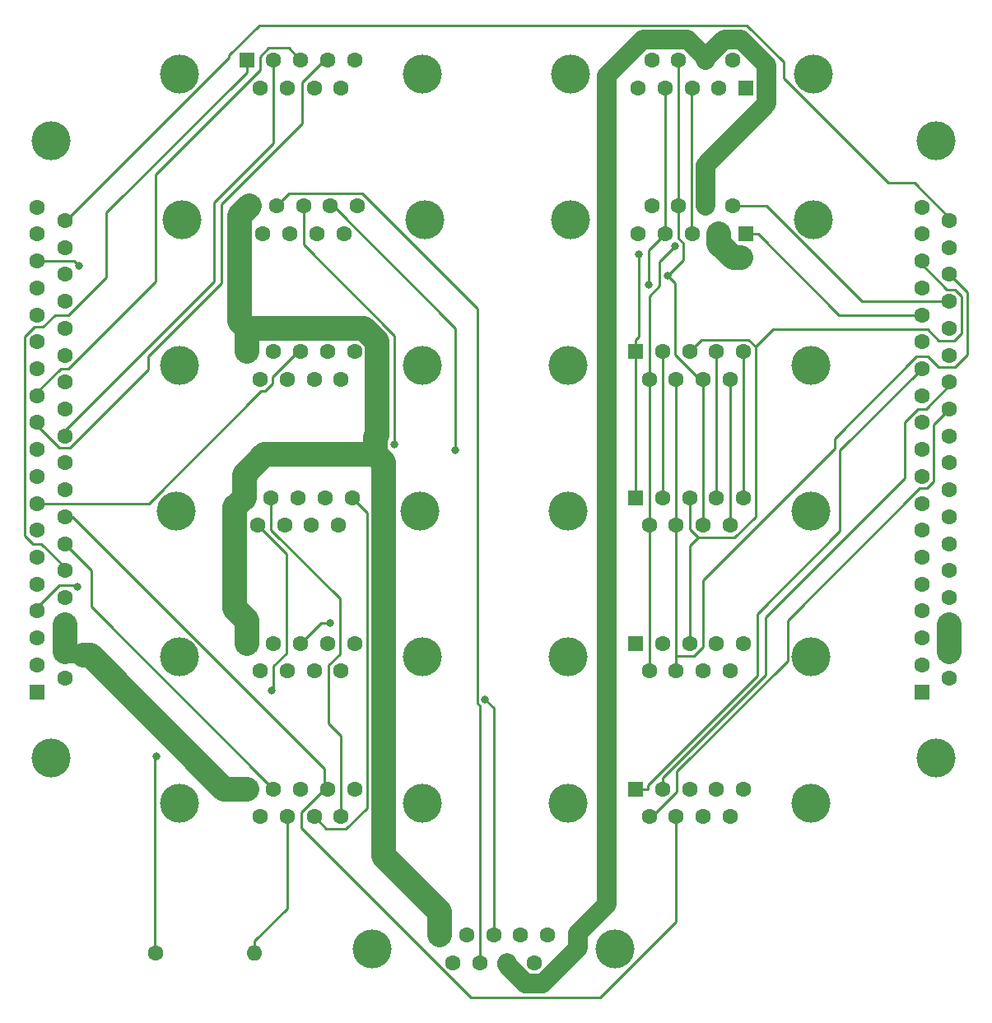
<source format=gbr>
%TF.GenerationSoftware,KiCad,Pcbnew,7.0.9*%
%TF.CreationDate,2024-01-18T11:01:42-08:00*%
%TF.ProjectId,Interconnect Board,496e7465-7263-46f6-9e6e-65637420426f,v1.4*%
%TF.SameCoordinates,Original*%
%TF.FileFunction,Copper,L2,Bot*%
%TF.FilePolarity,Positive*%
%FSLAX46Y46*%
G04 Gerber Fmt 4.6, Leading zero omitted, Abs format (unit mm)*
G04 Created by KiCad (PCBNEW 7.0.9) date 2024-01-18 11:01:42*
%MOMM*%
%LPD*%
G01*
G04 APERTURE LIST*
%TA.AperFunction,ComponentPad*%
%ADD10C,1.600000*%
%TD*%
%TA.AperFunction,ComponentPad*%
%ADD11O,1.600000X1.600000*%
%TD*%
%TA.AperFunction,ComponentPad*%
%ADD12C,4.000000*%
%TD*%
%TA.AperFunction,ComponentPad*%
%ADD13R,1.600000X1.600000*%
%TD*%
%TA.AperFunction,ViaPad*%
%ADD14C,0.800000*%
%TD*%
%TA.AperFunction,Conductor*%
%ADD15C,0.250000*%
%TD*%
%TA.AperFunction,Conductor*%
%ADD16C,2.000000*%
%TD*%
%TA.AperFunction,Conductor*%
%ADD17C,2.500000*%
%TD*%
%TA.AperFunction,Conductor*%
%ADD18C,1.599800*%
%TD*%
G04 APERTURE END LIST*
D10*
%TO.P,R1,1*%
%TO.N,/GPS_Serial_Input_to_XPNDR_from_R*%
X132220100Y-118509100D03*
D11*
%TO.P,R1,2*%
%TO.N,/GPS_Serial_Input_to_XPNDR_to_R*%
X142380100Y-118509100D03*
%TD*%
D12*
%TO.P,Power_Input_1,0,PAD*%
%TO.N,unconnected-(Power_Input_1-PAD-Pad0)*%
X154464100Y-118069100D03*
X179464100Y-118069100D03*
D13*
%TO.P,Power_Input_1,1,1*%
%TO.N,GND*%
X161424100Y-116649100D03*
D10*
%TO.P,Power_Input_1,2,2*%
X164194100Y-116649100D03*
%TO.P,Power_Input_1,3,3*%
%TO.N,/ADSB_12V*%
X166964100Y-116649100D03*
%TO.P,Power_Input_1,4,4*%
%TO.N,/MFD_12V*%
X169734100Y-116649100D03*
%TO.P,Power_Input_1,5,5*%
%TO.N,/PFD_&_Dim_12V*%
X172504100Y-116649100D03*
%TO.P,Power_Input_1,6,6*%
%TO.N,GND*%
X162809100Y-119489100D03*
%TO.P,Power_Input_1,7,7*%
%TO.N,/ELT_12V*%
X165579100Y-119489100D03*
%TO.P,Power_Input_1,8,8*%
%TO.N,/SV-Net_AP_12V*%
X168349100Y-119489100D03*
%TO.P,Power_Input_1,9,9*%
%TO.N,/XPNDR_&_IDENT_12V*%
X171119100Y-119489100D03*
%TD*%
D12*
%TO.P,AP_Roll_SV_Net_2,0,PAD*%
%TO.N,unconnected-(AP_Roll_SV_Net_2-PAD-Pad0)*%
X199892100Y-28085100D03*
X174892100Y-28085100D03*
D13*
%TO.P,AP_Roll_SV_Net_2,1,1*%
%TO.N,/SV_Data_1A*%
X192932100Y-29505100D03*
D10*
%TO.P,AP_Roll_SV_Net_2,2,2*%
%TO.N,GND*%
X190162100Y-29505100D03*
%TO.P,AP_Roll_SV_Net_2,3,3*%
%TO.N,/AP_Disengage (Unused)*%
X187392100Y-29505100D03*
%TO.P,AP_Roll_SV_Net_2,4,4*%
%TO.N,/SV_Data_2B*%
X184622100Y-29505100D03*
%TO.P,AP_Roll_SV_Net_2,5,5*%
%TO.N,unconnected-(AP_Roll_SV_Net_2-Pad5)*%
X181852100Y-29505100D03*
%TO.P,AP_Roll_SV_Net_2,6,6*%
%TO.N,/SV_Data_1B*%
X191547100Y-26665100D03*
%TO.P,AP_Roll_SV_Net_2,7,7*%
%TO.N,/SV-Net_AP_12V*%
X188777100Y-26665100D03*
%TO.P,AP_Roll_SV_Net_2,8,8*%
%TO.N,/SV_Data_2A*%
X186007100Y-26665100D03*
%TO.P,AP_Roll_SV_Net_2,9,9*%
%TO.N,unconnected-(AP_Roll_SV_Net_2-Pad9)*%
X183237100Y-26665100D03*
%TD*%
D12*
%TO.P,XPNDR_Serial_2,0,PAD*%
%TO.N,unconnected-(XPNDR_Serial_2-PAD-Pad0)*%
X134361100Y-73069100D03*
X159361100Y-73069100D03*
D13*
%TO.P,XPNDR_Serial_2,1,1*%
%TO.N,GND*%
X141321100Y-71649100D03*
D10*
%TO.P,XPNDR_Serial_2,2,2*%
%TO.N,/XPNDR_&_IDENT_12V*%
X144091100Y-71649100D03*
%TO.P,XPNDR_Serial_2,3,3*%
%TO.N,/XPNDR_Serial_2_Tx*%
X146861100Y-71649100D03*
%TO.P,XPNDR_Serial_2,4,4*%
%TO.N,/XPNDR_Serial_2_Rx*%
X149631100Y-71649100D03*
%TO.P,XPNDR_Serial_2,5,5*%
%TO.N,/Ident_SW_Input*%
X152401100Y-71649100D03*
%TO.P,XPNDR_Serial_2,6,6*%
%TO.N,/GPS_Serial_Input_to_XPNDR_from_R*%
X142706100Y-74489100D03*
%TO.P,XPNDR_Serial_2,7,7*%
%TO.N,unconnected-(XPNDR_Serial_2-Pad7)*%
X145476100Y-74489100D03*
%TO.P,XPNDR_Serial_2,8,8*%
%TO.N,unconnected-(XPNDR_Serial_2-Pad8)*%
X148246100Y-74489100D03*
%TO.P,XPNDR_Serial_2,9,9*%
%TO.N,unconnected-(XPNDR_Serial_2-Pad9)*%
X151016100Y-74489100D03*
%TD*%
D12*
%TO.P,SkyView_2,0,PAD*%
%TO.N,unconnected-(SkyView_2-PAD-Pad0)*%
X174622000Y-73069100D03*
X199622000Y-73069100D03*
D13*
%TO.P,SkyView_2,1,1*%
%TO.N,/SV_Data_1A*%
X181582000Y-71649100D03*
D10*
%TO.P,SkyView_2,2,2*%
%TO.N,/SV_GND_1*%
X184352000Y-71649100D03*
%TO.P,SkyView_2,3,3*%
%TO.N,/SV_GND_2*%
X187122000Y-71649100D03*
%TO.P,SkyView_2,4,4*%
%TO.N,/SV_Data_2B*%
X189892000Y-71649100D03*
%TO.P,SkyView_2,5,5*%
%TO.N,/SV_EMS_Aux*%
X192662000Y-71649100D03*
%TO.P,SkyView_2,6,6*%
%TO.N,/SV_Data_1B*%
X182967000Y-74489100D03*
%TO.P,SkyView_2,7,7*%
%TO.N,/SV_Power_1*%
X185737000Y-74489100D03*
%TO.P,SkyView_2,8,8*%
%TO.N,/SV_Data_2A*%
X188507000Y-74489100D03*
%TO.P,SkyView_2,9,9*%
%TO.N,/SV_Power_2*%
X191277000Y-74489100D03*
%TD*%
D12*
%TO.P,AP_Pitch_SV_Net_1,0,PAD*%
%TO.N,unconnected-(AP_Pitch_SV_Net_1-PAD-Pad0)*%
X199892100Y-43085200D03*
X174892100Y-43085200D03*
D13*
%TO.P,AP_Pitch_SV_Net_1,1,1*%
%TO.N,/SV_Data_1A*%
X192932100Y-44505200D03*
D10*
%TO.P,AP_Pitch_SV_Net_1,2,2*%
%TO.N,GND*%
X190162100Y-44505200D03*
%TO.P,AP_Pitch_SV_Net_1,3,3*%
%TO.N,/AP_Disengage (Unused)*%
X187392100Y-44505200D03*
%TO.P,AP_Pitch_SV_Net_1,4,4*%
%TO.N,/SV_Data_2B*%
X184622100Y-44505200D03*
%TO.P,AP_Pitch_SV_Net_1,5,5*%
%TO.N,unconnected-(AP_Pitch_SV_Net_1-Pad5)*%
X181852100Y-44505200D03*
%TO.P,AP_Pitch_SV_Net_1,6,6*%
%TO.N,/SV_Data_1B*%
X191547100Y-41665200D03*
%TO.P,AP_Pitch_SV_Net_1,7,7*%
%TO.N,/SV-Net_AP_12V*%
X188777100Y-41665200D03*
%TO.P,AP_Pitch_SV_Net_1,8,8*%
%TO.N,/SV_Data_2A*%
X186007100Y-41665200D03*
%TO.P,AP_Pitch_SV_Net_1,9,9*%
%TO.N,unconnected-(AP_Pitch_SV_Net_1-Pad9)*%
X183237100Y-41665200D03*
%TD*%
D12*
%TO.P,Dimmer_&_Audio_Output_1,0,PAD*%
%TO.N,unconnected-(Dimmer_&_Audio_Output_1-PAD-Pad0)*%
X174622000Y-103069100D03*
X199622000Y-103069100D03*
D13*
%TO.P,Dimmer_&_Audio_Output_1,1,1*%
%TO.N,/L_Audio_Out_1*%
X181582000Y-101649100D03*
D10*
%TO.P,Dimmer_&_Audio_Output_1,2,2*%
%TO.N,/R_Audio_Out_1*%
X184352000Y-101649100D03*
%TO.P,Dimmer_&_Audio_Output_1,3,3*%
%TO.N,/Dimmer_Output_Signal*%
X187122000Y-101649100D03*
%TO.P,Dimmer_&_Audio_Output_1,4,4*%
%TO.N,unconnected-(Dimmer_&_Audio_Output_1-Pad4)*%
X189892000Y-101649100D03*
%TO.P,Dimmer_&_Audio_Output_1,5,5*%
%TO.N,unconnected-(Dimmer_&_Audio_Output_1-Pad5)*%
X192662000Y-101649100D03*
%TO.P,Dimmer_&_Audio_Output_1,6,6*%
%TO.N,/Audio_Out_GND*%
X182967000Y-104489100D03*
%TO.P,Dimmer_&_Audio_Output_1,7,7*%
%TO.N,/Dimmer_Output_Signal*%
X185737000Y-104489100D03*
%TO.P,Dimmer_&_Audio_Output_1,8,8*%
X188507000Y-104489100D03*
%TO.P,Dimmer_&_Audio_Output_1,9,9*%
%TO.N,unconnected-(Dimmer_&_Audio_Output_1-Pad9)*%
X191277000Y-104489100D03*
%TD*%
D12*
%TO.P,MFD_Main_2,0,PAD*%
%TO.N,unconnected-(MFD_Main_2-PAD-Pad0)*%
X212438100Y-98457100D03*
X212438100Y-34957100D03*
D13*
%TO.P,MFD_Main_2,1,1*%
%TO.N,/MFD_12V*%
X211018100Y-91637100D03*
D10*
%TO.P,MFD_Main_2,2,2*%
%TO.N,unconnected-(MFD_Main_2-Pad2)*%
X211018100Y-88867100D03*
%TO.P,MFD_Main_2,3,3*%
%TO.N,/ADSB_Serial_1_Rx*%
X211018100Y-86097100D03*
%TO.P,MFD_Main_2,4,4*%
%TO.N,/ADSB_Serial_1_Tx*%
X211018100Y-83327100D03*
%TO.P,MFD_Main_2,5,5*%
%TO.N,/XPNDR_Serial_2_Rx*%
X211018100Y-80557100D03*
%TO.P,MFD_Main_2,6,6*%
%TO.N,/XPNDR_Serial_2_Tx*%
X211018100Y-77787100D03*
%TO.P,MFD_Main_2,7,7*%
%TO.N,/VPX_Serial_3_Rx*%
X211018100Y-75017100D03*
%TO.P,MFD_Main_2,8,8*%
%TO.N,/VPX_Serial_3_Tx*%
X211018100Y-72247100D03*
%TO.P,MFD_Main_2,9,9*%
%TO.N,/ELT_Serial_4_Rx*%
X211018100Y-69477100D03*
%TO.P,MFD_Main_2,10,10*%
%TO.N,/ELT_Serial_4_Tx*%
X211018100Y-66707100D03*
%TO.P,MFD_Main_2,11,11*%
%TO.N,/GPS_Serial_5_Rx*%
X211018100Y-63937100D03*
%TO.P,MFD_Main_2,12,12*%
%TO.N,/GPS_Serial_5_Tx*%
X211018100Y-61167100D03*
%TO.P,MFD_Main_2,13,13*%
%TO.N,/L_Audio_Out_1*%
X211018100Y-58397100D03*
%TO.P,MFD_Main_2,14,14*%
%TO.N,unconnected-(MFD_Main_2-Pad14)*%
X211018100Y-55627100D03*
%TO.P,MFD_Main_2,15,15*%
%TO.N,/SV_Data_1A*%
X211018100Y-52857100D03*
%TO.P,MFD_Main_2,16,16*%
%TO.N,/SV_GND_1*%
X211018100Y-50087100D03*
%TO.P,MFD_Main_2,17,17*%
%TO.N,/SV_GND_2*%
X211018100Y-47317100D03*
%TO.P,MFD_Main_2,18,18*%
%TO.N,/SV_Data_2B*%
X211018100Y-44547100D03*
%TO.P,MFD_Main_2,19,19*%
%TO.N,/SV_EMS_Aux*%
X211018100Y-41777100D03*
%TO.P,MFD_Main_2,20,20*%
%TO.N,/MFD_12V*%
X213858100Y-90252100D03*
%TO.P,MFD_Main_2,21,21*%
%TO.N,GND*%
X213858100Y-87482100D03*
%TO.P,MFD_Main_2,22,22*%
X213858100Y-84712100D03*
%TO.P,MFD_Main_2,23,23*%
%TO.N,unconnected-(MFD_Main_2-Pad23)*%
X213858100Y-81942100D03*
%TO.P,MFD_Main_2,24,24*%
%TO.N,/GPS_GND*%
X213858100Y-79172100D03*
%TO.P,MFD_Main_2,25,25*%
%TO.N,/Dimmer_Signal_Input*%
X213858100Y-76402100D03*
%TO.P,MFD_Main_2,26,26*%
%TO.N,unconnected-(MFD_Main_2-Pad26)*%
X213858100Y-73632100D03*
%TO.P,MFD_Main_2,27,27*%
%TO.N,unconnected-(MFD_Main_2-Pad27)*%
X213858100Y-70862100D03*
%TO.P,MFD_Main_2,28,28*%
%TO.N,unconnected-(MFD_Main_2-Pad28)*%
X213858100Y-68092100D03*
%TO.P,MFD_Main_2,29,29*%
%TO.N,/GPS_Power*%
X213858100Y-65322100D03*
%TO.P,MFD_Main_2,30,30*%
%TO.N,/Audio_Out_GND*%
X213858100Y-62552100D03*
%TO.P,MFD_Main_2,31,31*%
%TO.N,/R_Audio_Out_1*%
X213858100Y-59782100D03*
%TO.P,MFD_Main_2,32,32*%
%TO.N,unconnected-(MFD_Main_2-Pad32)*%
X213858100Y-57012100D03*
%TO.P,MFD_Main_2,33,33*%
%TO.N,unconnected-(MFD_Main_2-Pad33)*%
X213858100Y-54242100D03*
%TO.P,MFD_Main_2,34,34*%
%TO.N,/SV_Data_1B*%
X213858100Y-51472100D03*
%TO.P,MFD_Main_2,35,35*%
%TO.N,/SV_Power_1*%
X213858100Y-48702100D03*
%TO.P,MFD_Main_2,36,36*%
%TO.N,/SV_Data_2A*%
X213858100Y-45932100D03*
%TO.P,MFD_Main_2,37,37*%
%TO.N,/SV_Power_2*%
X213858100Y-43162100D03*
%TD*%
D12*
%TO.P,PFD_Main_1,0,PAD*%
%TO.N,unconnected-(PFD_Main_1-PAD-Pad0)*%
X121438100Y-98457100D03*
X121438100Y-34957100D03*
D13*
%TO.P,PFD_Main_1,1,1*%
%TO.N,/PFD_&_Dim_12V*%
X120018100Y-91637100D03*
D10*
%TO.P,PFD_Main_1,2,2*%
%TO.N,unconnected-(PFD_Main_1-Pad2)*%
X120018100Y-88867100D03*
%TO.P,PFD_Main_1,3,3*%
%TO.N,/ADSB_Serial_1_Rx*%
X120018100Y-86097100D03*
%TO.P,PFD_Main_1,4,4*%
%TO.N,/ADSB_Serial_1_Tx*%
X120018100Y-83327100D03*
%TO.P,PFD_Main_1,5,5*%
%TO.N,/XPNDR_Serial_2_Rx*%
X120018100Y-80557100D03*
%TO.P,PFD_Main_1,6,6*%
%TO.N,/XPNDR_Serial_2_Tx*%
X120018100Y-77787100D03*
%TO.P,PFD_Main_1,7,7*%
%TO.N,/VPX_Serial_3_Rx*%
X120018100Y-75017100D03*
%TO.P,PFD_Main_1,8,8*%
%TO.N,/VPX_Serial_3_Tx*%
X120018100Y-72247100D03*
%TO.P,PFD_Main_1,9,9*%
%TO.N,/ELT_Serial_4_Rx*%
X120018100Y-69477100D03*
%TO.P,PFD_Main_1,10,10*%
%TO.N,/ELT_Serial_4_Tx*%
X120018100Y-66707100D03*
%TO.P,PFD_Main_1,11,11*%
%TO.N,/GPS_Serial_5_Rx*%
X120018100Y-63937100D03*
%TO.P,PFD_Main_1,12,12*%
%TO.N,/GPS_Serial_5_Tx*%
X120018100Y-61167100D03*
%TO.P,PFD_Main_1,13,13*%
%TO.N,/L_Audio_Out_1*%
X120018100Y-58397100D03*
%TO.P,PFD_Main_1,14,14*%
%TO.N,unconnected-(PFD_Main_1-Pad14)*%
X120018100Y-55627100D03*
%TO.P,PFD_Main_1,15,15*%
%TO.N,/SV_Data_1A*%
X120018100Y-52857100D03*
%TO.P,PFD_Main_1,16,16*%
%TO.N,/SV_GND_1*%
X120018100Y-50087100D03*
%TO.P,PFD_Main_1,17,17*%
%TO.N,/SV_GND_2*%
X120018100Y-47317100D03*
%TO.P,PFD_Main_1,18,18*%
%TO.N,/SV_Data_2B*%
X120018100Y-44547100D03*
%TO.P,PFD_Main_1,19,19*%
%TO.N,/SV_EMS_Aux*%
X120018100Y-41777100D03*
%TO.P,PFD_Main_1,20,20*%
%TO.N,/PFD_&_Dim_12V*%
X122858100Y-90252100D03*
%TO.P,PFD_Main_1,21,21*%
%TO.N,GND*%
X122858100Y-87482100D03*
%TO.P,PFD_Main_1,22,22*%
X122858100Y-84712100D03*
%TO.P,PFD_Main_1,23,23*%
%TO.N,unconnected-(PFD_Main_1-Pad23)*%
X122858100Y-81942100D03*
%TO.P,PFD_Main_1,24,24*%
%TO.N,/GPS_GND*%
X122858100Y-79172100D03*
%TO.P,PFD_Main_1,25,25*%
%TO.N,/Dimmer_Signal_Input*%
X122858100Y-76402100D03*
%TO.P,PFD_Main_1,26,26*%
%TO.N,/Dimmer_Output_Signal*%
X122858100Y-73632100D03*
%TO.P,PFD_Main_1,27,27*%
%TO.N,unconnected-(PFD_Main_1-Pad27)*%
X122858100Y-70862100D03*
%TO.P,PFD_Main_1,28,28*%
%TO.N,unconnected-(PFD_Main_1-Pad28)*%
X122858100Y-68092100D03*
%TO.P,PFD_Main_1,29,29*%
%TO.N,/GPS_Power*%
X122858100Y-65322100D03*
%TO.P,PFD_Main_1,30,30*%
%TO.N,/Audio_Out_GND*%
X122858100Y-62552100D03*
%TO.P,PFD_Main_1,31,31*%
%TO.N,/R_Audio_Out_1*%
X122858100Y-59782100D03*
%TO.P,PFD_Main_1,32,32*%
%TO.N,unconnected-(PFD_Main_1-Pad32)*%
X122858100Y-57012100D03*
%TO.P,PFD_Main_1,33,33*%
%TO.N,unconnected-(PFD_Main_1-Pad33)*%
X122858100Y-54242100D03*
%TO.P,PFD_Main_1,34,34*%
%TO.N,/SV_Data_1B*%
X122858100Y-51472100D03*
%TO.P,PFD_Main_1,35,35*%
%TO.N,/SV_Power_1*%
X122858100Y-48702100D03*
%TO.P,PFD_Main_1,36,36*%
%TO.N,/SV_Data_2A*%
X122858100Y-45932100D03*
%TO.P,PFD_Main_1,37,37*%
%TO.N,/SV_Power_2*%
X122858100Y-43162100D03*
%TD*%
D12*
%TO.P,SkyView_3,0,PAD*%
%TO.N,unconnected-(SkyView_3-PAD-Pad0)*%
X174622000Y-88069100D03*
X199622000Y-88069100D03*
D13*
%TO.P,SkyView_3,1,1*%
%TO.N,/SV_Data_1A*%
X181582000Y-86649100D03*
D10*
%TO.P,SkyView_3,2,2*%
%TO.N,/SV_GND_1*%
X184352000Y-86649100D03*
%TO.P,SkyView_3,3,3*%
%TO.N,/SV_GND_2*%
X187122000Y-86649100D03*
%TO.P,SkyView_3,4,4*%
%TO.N,/SV_Data_2B*%
X189892000Y-86649100D03*
%TO.P,SkyView_3,5,5*%
%TO.N,/SV_EMS_Aux*%
X192662000Y-86649100D03*
%TO.P,SkyView_3,6,6*%
%TO.N,/SV_Data_1B*%
X182967000Y-89489100D03*
%TO.P,SkyView_3,7,7*%
%TO.N,/SV_Power_1*%
X185737000Y-89489100D03*
%TO.P,SkyView_3,8,8*%
%TO.N,/SV_Data_2A*%
X188507000Y-89489100D03*
%TO.P,SkyView_3,9,9*%
%TO.N,/SV_Power_2*%
X191277000Y-89489100D03*
%TD*%
D12*
%TO.P,ADSB_Serial_1,0,PAD*%
%TO.N,unconnected-(ADSB_Serial_1-PAD-Pad0)*%
X134622000Y-88069100D03*
X159622000Y-88069100D03*
D13*
%TO.P,ADSB_Serial_1,1,1*%
%TO.N,GND*%
X141582000Y-86649100D03*
D10*
%TO.P,ADSB_Serial_1,2,2*%
%TO.N,/ADSB_12V*%
X144352000Y-86649100D03*
%TO.P,ADSB_Serial_1,3,3*%
%TO.N,/ADSB_Serial_1_Tx*%
X147122000Y-86649100D03*
%TO.P,ADSB_Serial_1,4,4*%
%TO.N,/ADSB_Serial_1_Rx*%
X149892000Y-86649100D03*
%TO.P,ADSB_Serial_1,5,5*%
%TO.N,unconnected-(ADSB_Serial_1-Pad5)*%
X152662000Y-86649100D03*
%TO.P,ADSB_Serial_1,6,6*%
%TO.N,unconnected-(ADSB_Serial_1-Pad6)*%
X142967000Y-89489100D03*
%TO.P,ADSB_Serial_1,7,7*%
%TO.N,unconnected-(ADSB_Serial_1-Pad7)*%
X145737000Y-89489100D03*
%TO.P,ADSB_Serial_1,8,8*%
%TO.N,unconnected-(ADSB_Serial_1-Pad8)*%
X148507000Y-89489100D03*
%TO.P,ADSB_Serial_1,9,9*%
%TO.N,unconnected-(ADSB_Serial_1-Pad9)*%
X151277000Y-89489100D03*
%TD*%
D12*
%TO.P,ELT_Serial_4,0,PAD*%
%TO.N,unconnected-(ELT_Serial_4-PAD-Pad0)*%
X134906100Y-43069100D03*
X159906100Y-43069100D03*
D13*
%TO.P,ELT_Serial_4,1,1*%
%TO.N,GND*%
X141866100Y-41649100D03*
D10*
%TO.P,ELT_Serial_4,2,2*%
%TO.N,/ELT_12V*%
X144636100Y-41649100D03*
%TO.P,ELT_Serial_4,3,3*%
%TO.N,/ELT_Serial_4_Tx*%
X147406100Y-41649100D03*
%TO.P,ELT_Serial_4,4,4*%
%TO.N,/ELT_Serial_4_Rx*%
X150176100Y-41649100D03*
%TO.P,ELT_Serial_4,5,5*%
%TO.N,unconnected-(ELT_Serial_4-Pad5)*%
X152946100Y-41649100D03*
%TO.P,ELT_Serial_4,6,6*%
%TO.N,unconnected-(ELT_Serial_4-Pad6)*%
X143251100Y-44489100D03*
%TO.P,ELT_Serial_4,7,7*%
%TO.N,unconnected-(ELT_Serial_4-Pad7)*%
X146021100Y-44489100D03*
%TO.P,ELT_Serial_4,8,8*%
%TO.N,unconnected-(ELT_Serial_4-Pad8)*%
X148791100Y-44489100D03*
%TO.P,ELT_Serial_4,9,9*%
%TO.N,unconnected-(ELT_Serial_4-Pad9)*%
X151561100Y-44489100D03*
%TD*%
D12*
%TO.P,GPS_Serial_5,0,PAD*%
%TO.N,unconnected-(GPS_Serial_5-PAD-Pad0)*%
X134622000Y-28069100D03*
X159622000Y-28069100D03*
D13*
%TO.P,GPS_Serial_5,1,1*%
%TO.N,/GPS_GND*%
X141582000Y-26649100D03*
D10*
%TO.P,GPS_Serial_5,2,2*%
%TO.N,/GPS_Power*%
X144352000Y-26649100D03*
%TO.P,GPS_Serial_5,3,3*%
%TO.N,/GPS_Serial_5_Tx*%
X147122000Y-26649100D03*
%TO.P,GPS_Serial_5,4,4*%
%TO.N,/GPS_Serial_5_Rx*%
X149892000Y-26649100D03*
%TO.P,GPS_Serial_5,5,5*%
%TO.N,unconnected-(GPS_Serial_5-Pad5)*%
X152662000Y-26649100D03*
%TO.P,GPS_Serial_5,6,6*%
%TO.N,unconnected-(GPS_Serial_5-Pad6)*%
X142967000Y-29489100D03*
%TO.P,GPS_Serial_5,7,7*%
%TO.N,unconnected-(GPS_Serial_5-Pad7)*%
X145737000Y-29489100D03*
%TO.P,GPS_Serial_5,8,8*%
%TO.N,unconnected-(GPS_Serial_5-Pad8)*%
X148507000Y-29489100D03*
%TO.P,GPS_Serial_5,9,9*%
%TO.N,unconnected-(GPS_Serial_5-Pad9)*%
X151277000Y-29489100D03*
%TD*%
D12*
%TO.P,Ident_&_Dimmer_Input_1,0,PAD*%
%TO.N,unconnected-(Ident_&_Dimmer_Input_1-PAD-Pad0)*%
X134622000Y-103069100D03*
X159622000Y-103069100D03*
D13*
%TO.P,Ident_&_Dimmer_Input_1,1,1*%
%TO.N,GND*%
X141582000Y-101649100D03*
D10*
%TO.P,Ident_&_Dimmer_Input_1,2,2*%
%TO.N,/Dimmer_Signal_Input*%
X144352000Y-101649100D03*
%TO.P,Ident_&_Dimmer_Input_1,3,3*%
%TO.N,unconnected-(Ident_&_Dimmer_Input_1-Pad3)*%
X147122000Y-101649100D03*
%TO.P,Ident_&_Dimmer_Input_1,4,4*%
%TO.N,/Dimmer_Output_Signal*%
X149892000Y-101649100D03*
%TO.P,Ident_&_Dimmer_Input_1,5,5*%
%TO.N,GND*%
X152662000Y-101649100D03*
%TO.P,Ident_&_Dimmer_Input_1,6,6*%
%TO.N,/PFD_&_Dim_12V*%
X142967000Y-104489100D03*
%TO.P,Ident_&_Dimmer_Input_1,7,7*%
%TO.N,/GPS_Serial_Input_to_XPNDR_to_R*%
X145737000Y-104489100D03*
%TO.P,Ident_&_Dimmer_Input_1,8,8*%
%TO.N,/Ident_SW_Input*%
X148507000Y-104489100D03*
%TO.P,Ident_&_Dimmer_Input_1,9,9*%
%TO.N,/XPNDR_&_IDENT_12V*%
X151277000Y-104489100D03*
%TD*%
D12*
%TO.P,SkyView_1,0,PAD*%
%TO.N,unconnected-(SkyView_1-PAD-Pad0)*%
X174622000Y-58069100D03*
X199622000Y-58069100D03*
D13*
%TO.P,SkyView_1,1,1*%
%TO.N,/SV_Data_1A*%
X181582000Y-56649100D03*
D10*
%TO.P,SkyView_1,2,2*%
%TO.N,/SV_GND_1*%
X184352000Y-56649100D03*
%TO.P,SkyView_1,3,3*%
%TO.N,/SV_GND_2*%
X187122000Y-56649100D03*
%TO.P,SkyView_1,4,4*%
%TO.N,/SV_Data_2B*%
X189892000Y-56649100D03*
%TO.P,SkyView_1,5,5*%
%TO.N,/SV_EMS_Aux*%
X192662000Y-56649100D03*
%TO.P,SkyView_1,6,6*%
%TO.N,/SV_Data_1B*%
X182967000Y-59489100D03*
%TO.P,SkyView_1,7,7*%
%TO.N,/SV_Power_1*%
X185737000Y-59489100D03*
%TO.P,SkyView_1,8,8*%
%TO.N,/SV_Data_2A*%
X188507000Y-59489100D03*
%TO.P,SkyView_1,9,9*%
%TO.N,/SV_Power_2*%
X191277000Y-59489100D03*
%TD*%
D12*
%TO.P,VPX_Serial_3,0,PAD*%
%TO.N,unconnected-(VPX_Serial_3-PAD-Pad0)*%
X134622000Y-58069100D03*
X159622000Y-58069100D03*
D13*
%TO.P,VPX_Serial_3,1,1*%
%TO.N,GND*%
X141582000Y-56649100D03*
D10*
%TO.P,VPX_Serial_3,2,2*%
%TO.N,unconnected-(VPX_Serial_3-Pad2)*%
X144352000Y-56649100D03*
%TO.P,VPX_Serial_3,3,3*%
%TO.N,/VPX_Serial_3_Tx*%
X147122000Y-56649100D03*
%TO.P,VPX_Serial_3,4,4*%
%TO.N,/VPX_Serial_3_Rx*%
X149892000Y-56649100D03*
%TO.P,VPX_Serial_3,5,5*%
%TO.N,unconnected-(VPX_Serial_3-Pad5)*%
X152662000Y-56649100D03*
%TO.P,VPX_Serial_3,6,6*%
%TO.N,unconnected-(VPX_Serial_3-Pad6)*%
X142967000Y-59489100D03*
%TO.P,VPX_Serial_3,7,7*%
%TO.N,unconnected-(VPX_Serial_3-Pad7)*%
X145737000Y-59489100D03*
%TO.P,VPX_Serial_3,8,8*%
%TO.N,unconnected-(VPX_Serial_3-Pad8)*%
X148507000Y-59489100D03*
%TO.P,VPX_Serial_3,9,9*%
%TO.N,unconnected-(VPX_Serial_3-Pad9)*%
X151277000Y-59489100D03*
%TD*%
D14*
%TO.N,/GPS_Serial_Input_to_XPNDR_from_R*%
X144184000Y-91478400D03*
X132297400Y-98282800D03*
%TO.N,GND*%
X192406200Y-47000100D03*
%TO.N,/ADSB_12V*%
X166113100Y-92471600D03*
%TO.N,/SV_Data_2A*%
X184842500Y-48817100D03*
%TO.N,/SV_Data_1B*%
X185633700Y-45791200D03*
%TO.N,/SV_Data_2B*%
X182901600Y-49764000D03*
%TO.N,/SV_GND_2*%
X124328000Y-47786400D03*
%TO.N,/SV_Data_1A*%
X181910400Y-46633900D03*
%TO.N,/ELT_Serial_4_Tx*%
X156788100Y-66205400D03*
%TO.N,/ELT_Serial_4_Rx*%
X163047200Y-66790900D03*
%TO.N,/ADSB_Serial_1_Tx*%
X150138400Y-84525200D03*
X124160100Y-80865900D03*
%TD*%
D15*
%TO.N,/GPS_Serial_Input_to_XPNDR_from_R*%
X132128900Y-118417900D02*
X132220100Y-118509100D01*
X132128900Y-98451300D02*
X132128900Y-118417900D01*
X132297400Y-98282800D02*
X132128900Y-98451300D01*
X144352000Y-91310400D02*
X144184000Y-91478400D01*
X144352000Y-88932600D02*
X144352000Y-91310400D01*
X145631100Y-87653500D02*
X144352000Y-88932600D01*
X145631100Y-77414100D02*
X145631100Y-87653500D01*
X142706100Y-74489100D02*
X145631100Y-77414100D01*
%TO.N,/GPS_Serial_Input_to_XPNDR_to_R*%
X145737000Y-113925300D02*
X142380100Y-117282200D01*
X145737000Y-104489100D02*
X145737000Y-113925300D01*
X142380100Y-118509100D02*
X142380100Y-117282200D01*
%TO.N,/Dimmer_Output_Signal*%
X149563300Y-101649100D02*
X149892000Y-101649100D01*
X123657500Y-73632100D02*
X122858100Y-73632100D01*
X149563300Y-99537900D02*
X123657500Y-73632100D01*
X149563300Y-101649100D02*
X149563300Y-99537900D01*
X185737000Y-115280800D02*
X185737000Y-104489100D01*
X177941700Y-123076100D02*
X185737000Y-115280800D01*
X164654100Y-123076100D02*
X177941700Y-123076100D01*
X147208600Y-105630600D02*
X164654100Y-123076100D01*
X147208600Y-104003800D02*
X147208600Y-105630600D01*
X149563300Y-101649100D02*
X147208600Y-104003800D01*
%TO.N,/XPNDR_&_IDENT_12V*%
X144091100Y-74966400D02*
X144091100Y-71649100D01*
X151168800Y-82044100D02*
X144091100Y-74966400D01*
X151168800Y-87744700D02*
X151168800Y-82044100D01*
X150014800Y-88898700D02*
X151168800Y-87744700D01*
X150014800Y-94860700D02*
X150014800Y-88898700D01*
X151277000Y-96122900D02*
X150014800Y-94860700D01*
X151277000Y-104489100D02*
X151277000Y-96122900D01*
%TO.N,/Ident_SW_Input*%
X153933300Y-73181300D02*
X152401100Y-71649100D01*
X153933300Y-103615400D02*
X153933300Y-73181300D01*
X151794900Y-105753800D02*
X153933300Y-103615400D01*
X149771700Y-105753800D02*
X151794900Y-105753800D01*
X148507000Y-104489100D02*
X149771700Y-105753800D01*
%TO.N,/ELT_12V*%
X165579100Y-93107000D02*
X165579100Y-119489100D01*
X165286200Y-92814100D02*
X165579100Y-93107000D01*
X165286200Y-52221900D02*
X165286200Y-92814100D01*
X153457200Y-40392900D02*
X165286200Y-52221900D01*
X145892300Y-40392900D02*
X153457200Y-40392900D01*
X144636100Y-41649100D02*
X145892300Y-40392900D01*
D16*
%TO.N,/SV-Net_AP_12V*%
X188777100Y-26542000D02*
X188777100Y-26665100D01*
X188777100Y-26418800D02*
X188777100Y-26542000D01*
X186888000Y-24529700D02*
X188777100Y-26418800D01*
X182365700Y-24529700D02*
X186888000Y-24529700D01*
X178619300Y-28276100D02*
X182365700Y-24529700D01*
X178619300Y-113504400D02*
X178619300Y-28276100D01*
X175613100Y-116510600D02*
X178619300Y-113504400D01*
X175613100Y-118036400D02*
X175613100Y-116510600D01*
X172019800Y-121629700D02*
X175613100Y-118036400D01*
X170263200Y-121629700D02*
X172019800Y-121629700D01*
X168349100Y-119715600D02*
X170263200Y-121629700D01*
X168349100Y-119489100D02*
X168349100Y-119715600D01*
X188777100Y-37452300D02*
X188777100Y-41665200D01*
X195069000Y-31160400D02*
X188777100Y-37452300D01*
X195069000Y-27160000D02*
X195069000Y-31160400D01*
X192426000Y-24517000D02*
X195069000Y-27160000D01*
X190679100Y-24517000D02*
X192426000Y-24517000D01*
X188777100Y-26419000D02*
X190679100Y-24517000D01*
X188777100Y-26542000D02*
X188777100Y-26419000D01*
D17*
%TO.N,GND*%
X122858100Y-84712100D02*
X122858100Y-87482100D01*
D18*
X123277700Y-87901700D02*
X122858100Y-87482100D01*
X124743000Y-87901700D02*
X123277700Y-87901700D01*
D17*
X141582000Y-101649100D02*
X139230100Y-101649100D01*
X213858100Y-84712100D02*
X213858100Y-87482100D01*
X125482700Y-87901700D02*
X124743000Y-87901700D01*
X139230100Y-101649100D02*
X125482700Y-87901700D01*
X141582000Y-86649100D02*
X141582000Y-84297200D01*
X140311900Y-72658300D02*
X141321100Y-71649100D01*
X140311900Y-83027100D02*
X140311900Y-72658300D01*
X141582000Y-84297200D02*
X140311900Y-83027100D01*
X191628700Y-47000100D02*
X192406200Y-47000100D01*
X190162100Y-45533500D02*
X191628700Y-47000100D01*
X190162100Y-44505200D02*
X190162100Y-45533500D01*
X141582000Y-56649100D02*
X141582000Y-54998100D01*
X141321100Y-71649100D02*
X141321100Y-69297200D01*
X161424100Y-116649100D02*
X161424100Y-114297200D01*
X143373300Y-67245000D02*
X141321100Y-69297200D01*
X154836200Y-67245000D02*
X143373300Y-67245000D01*
X140860000Y-42655200D02*
X141866100Y-41649100D01*
X140860000Y-53467900D02*
X140860000Y-42655200D01*
X141636400Y-54244300D02*
X140860000Y-53467900D01*
X141582000Y-54298700D02*
X141636400Y-54244300D01*
X141582000Y-54998100D02*
X141582000Y-54298700D01*
X154836200Y-65396900D02*
X154836200Y-67245000D01*
X155015900Y-65217200D02*
X154836200Y-65396900D01*
X155015900Y-55626200D02*
X155015900Y-65217200D01*
X153634000Y-54244300D02*
X155015900Y-55626200D01*
X141636400Y-54244300D02*
X153634000Y-54244300D01*
X155656100Y-68064900D02*
X154836200Y-67245000D01*
X155656100Y-108529200D02*
X155656100Y-68064900D01*
X161424100Y-114297200D02*
X155656100Y-108529200D01*
D15*
%TO.N,/ADSB_12V*%
X166964100Y-93322600D02*
X166113100Y-92471600D01*
X166964100Y-116649100D02*
X166964100Y-93322600D01*
%TO.N,/SV_Power_2*%
X191277000Y-74489100D02*
X191277000Y-59489100D01*
X213858100Y-42874300D02*
X213858100Y-43162100D01*
X210229100Y-39245300D02*
X213858100Y-42874300D01*
X207542500Y-39245300D02*
X210229100Y-39245300D01*
X196785900Y-28488700D02*
X207542500Y-39245300D01*
X196785900Y-26824200D02*
X196785900Y-28488700D01*
X193037100Y-23075400D02*
X196785900Y-26824200D01*
X142879600Y-23075400D02*
X193037100Y-23075400D01*
X139773200Y-26181800D02*
X142879600Y-23075400D01*
X139773200Y-26369400D02*
X139773200Y-26181800D01*
X122980500Y-43162100D02*
X139773200Y-26369400D01*
X122858100Y-43162100D02*
X122980500Y-43162100D01*
%TO.N,/SV_Data_2A*%
X186007100Y-41665200D02*
X186007100Y-26665100D01*
X188507000Y-59489100D02*
X188507000Y-74489100D01*
X188208800Y-59489100D02*
X188507000Y-59489100D01*
X185654600Y-56934900D02*
X188208800Y-59489100D01*
X185654600Y-49629200D02*
X185654600Y-56934900D01*
X184842500Y-48817100D02*
X185654600Y-49629200D01*
X186460600Y-47199000D02*
X184842500Y-48817100D01*
X186460600Y-45448600D02*
X186460600Y-47199000D01*
X186007100Y-44995100D02*
X186460600Y-45448600D01*
X186007100Y-41665200D02*
X186007100Y-44995100D01*
%TO.N,/SV_Power_1*%
X185737000Y-59489100D02*
X185737000Y-74489100D01*
X185737000Y-74489100D02*
X185737000Y-87930200D01*
X185737000Y-87930200D02*
X185737000Y-89489100D01*
X187605100Y-87930200D02*
X185737000Y-87930200D01*
X188507000Y-87028300D02*
X187605100Y-87930200D01*
X188507000Y-80129800D02*
X188507000Y-87028300D01*
X202047400Y-66589400D02*
X188507000Y-80129800D01*
X202047400Y-65592100D02*
X202047400Y-66589400D01*
X210475500Y-57164000D02*
X202047400Y-65592100D01*
X211637700Y-57164000D02*
X210475500Y-57164000D01*
X212713500Y-58239800D02*
X211637700Y-57164000D01*
X214410000Y-58239800D02*
X212713500Y-58239800D01*
X215667400Y-56982400D02*
X214410000Y-58239800D01*
X215667400Y-50511400D02*
X215667400Y-56982400D01*
X213858100Y-48702100D02*
X215667400Y-50511400D01*
%TO.N,/SV_Data_1B*%
X182967000Y-89489100D02*
X182967000Y-74489100D01*
X204846900Y-51472100D02*
X213858100Y-51472100D01*
X195040000Y-41665200D02*
X204846900Y-51472100D01*
X191547100Y-41665200D02*
X195040000Y-41665200D01*
X182967000Y-74489100D02*
X182967000Y-59489100D01*
X182967000Y-50906300D02*
X182967000Y-59489100D01*
X184015600Y-49857700D02*
X182967000Y-50906300D01*
X184015600Y-47409300D02*
X184015600Y-49857700D01*
X185633700Y-45791200D02*
X184015600Y-47409300D01*
%TO.N,/GPS_Serial_5_Rx*%
X120018100Y-64281100D02*
X120018100Y-63937100D01*
X122292500Y-66555500D02*
X120018100Y-64281100D01*
X123368700Y-66555500D02*
X122292500Y-66555500D01*
X131413800Y-58510400D02*
X123368700Y-66555500D01*
X131413800Y-57151800D02*
X131413800Y-58510400D01*
X138996300Y-49569300D02*
X131413800Y-57151800D01*
X138996300Y-41452500D02*
X138996300Y-49569300D01*
X147271900Y-33176900D02*
X138996300Y-41452500D01*
X147271900Y-28925200D02*
X147271900Y-33176900D01*
X149548000Y-26649100D02*
X147271900Y-28925200D01*
X149892000Y-26649100D02*
X149548000Y-26649100D01*
%TO.N,/GPS_GND*%
X127138300Y-42319700D02*
X141582000Y-27876000D01*
X127138300Y-48971100D02*
X127138300Y-42319700D01*
X123252300Y-52857100D02*
X127138300Y-48971100D01*
X121870800Y-52857100D02*
X123252300Y-52857100D01*
X120643900Y-54084000D02*
X121870800Y-52857100D01*
X119779000Y-54084000D02*
X120643900Y-54084000D01*
X118760600Y-55102400D02*
X119779000Y-54084000D01*
X118760600Y-75550300D02*
X118760600Y-55102400D01*
X119612400Y-76402100D02*
X118760600Y-75550300D01*
X120432100Y-76402100D02*
X119612400Y-76402100D01*
X122858100Y-78828100D02*
X120432100Y-76402100D01*
X122858100Y-79172100D02*
X122858100Y-78828100D01*
X141582000Y-26649100D02*
X141582000Y-27876000D01*
%TO.N,/SV_EMS_Aux*%
X192662000Y-56649100D02*
X192662000Y-71649100D01*
%TO.N,/SV_Data_2B*%
X184622100Y-44505200D02*
X184622100Y-29505100D01*
X189892000Y-56649100D02*
X189892000Y-71649100D01*
X182901600Y-46225700D02*
X184622100Y-44505200D01*
X182901600Y-49764000D02*
X182901600Y-46225700D01*
%TO.N,/SV_GND_2*%
X187122000Y-74904300D02*
X187122000Y-71649100D01*
X187972100Y-75754400D02*
X187122000Y-74904300D01*
X187122000Y-76604500D02*
X187122000Y-86649100D01*
X187972100Y-75754400D02*
X187122000Y-76604500D01*
X193169300Y-55414100D02*
X193901100Y-56145900D01*
X188357000Y-55414100D02*
X193169300Y-55414100D01*
X187122000Y-56649100D02*
X188357000Y-55414100D01*
X191763400Y-75754400D02*
X187972100Y-75754400D01*
X193901100Y-73616700D02*
X191763400Y-75754400D01*
X193901100Y-56145900D02*
X193901100Y-73616700D01*
X195672300Y-54374700D02*
X193901100Y-56145900D01*
X211618400Y-54374700D02*
X195672300Y-54374700D01*
X212725600Y-55481900D02*
X211618400Y-54374700D01*
X214361500Y-55481900D02*
X212725600Y-55481900D01*
X215115300Y-54728100D02*
X214361500Y-55481900D01*
X215115300Y-50934400D02*
X215115300Y-54728100D01*
X214426100Y-50245200D02*
X215115300Y-50934400D01*
X213602200Y-50245200D02*
X214426100Y-50245200D01*
X211018100Y-47661100D02*
X213602200Y-50245200D01*
X211018100Y-47317100D02*
X211018100Y-47661100D01*
X123858700Y-47317100D02*
X124328000Y-47786400D01*
X120018100Y-47317100D02*
X123858700Y-47317100D01*
%TO.N,/SV_GND_1*%
X184352000Y-56649100D02*
X184352000Y-71649100D01*
%TO.N,/SV_Data_1A*%
X192932100Y-44505200D02*
X194159000Y-44505200D01*
X202510900Y-52857100D02*
X194159000Y-44505200D01*
X211018100Y-52857100D02*
X202510900Y-52857100D01*
X181582000Y-71649100D02*
X181582000Y-70422200D01*
X181582000Y-57876000D02*
X181582000Y-70422200D01*
X181582000Y-57262500D02*
X181582000Y-57876000D01*
X181582000Y-57262500D02*
X181582000Y-56649100D01*
X181910400Y-55093800D02*
X181910400Y-46633900D01*
X181582000Y-55422200D02*
X181910400Y-55093800D01*
X181582000Y-56649100D02*
X181582000Y-55422200D01*
%TO.N,/GPS_Serial_5_Tx*%
X145892800Y-25419900D02*
X147122000Y-26649100D01*
X143820900Y-25419900D02*
X145892800Y-25419900D01*
X142967000Y-26273800D02*
X143820900Y-25419900D01*
X142967000Y-27657200D02*
X142967000Y-26273800D01*
X132210200Y-38414000D02*
X142967000Y-27657200D01*
X132210200Y-49443800D02*
X132210200Y-38414000D01*
X123256900Y-58397100D02*
X132210200Y-49443800D01*
X122430300Y-58397100D02*
X123256900Y-58397100D01*
X120018100Y-60809300D02*
X122430300Y-58397100D01*
X120018100Y-61167100D02*
X120018100Y-60809300D01*
%TO.N,/GPS_Power*%
X122858100Y-64784100D02*
X122858100Y-65322100D01*
X138256800Y-49385400D02*
X122858100Y-64784100D01*
X138256800Y-41267200D02*
X138256800Y-49385400D01*
X144352000Y-35172000D02*
X138256800Y-41267200D01*
X144352000Y-26649100D02*
X144352000Y-35172000D01*
%TO.N,/ELT_Serial_4_Tx*%
X147406100Y-45627000D02*
X147406100Y-41649100D01*
X156788100Y-55009000D02*
X147406100Y-45627000D01*
X156788100Y-66205400D02*
X156788100Y-55009000D01*
%TO.N,/ELT_Serial_4_Rx*%
X163047200Y-54221900D02*
X163047200Y-66790900D01*
X150474400Y-41649100D02*
X163047200Y-54221900D01*
X150176100Y-41649100D02*
X150474400Y-41649100D01*
%TO.N,/VPX_Serial_3_Tx*%
X146823800Y-56649100D02*
X147122000Y-56649100D01*
X144266900Y-59206000D02*
X146823800Y-56649100D01*
X144266900Y-59924300D02*
X144266900Y-59206000D01*
X143475200Y-60716000D02*
X144266900Y-59924300D01*
X143083800Y-60716000D02*
X143475200Y-60716000D01*
X131552700Y-72247100D02*
X143083800Y-60716000D01*
X120018100Y-72247100D02*
X131552700Y-72247100D01*
%TO.N,/ADSB_Serial_1_Tx*%
X123992200Y-80698000D02*
X124160100Y-80865900D01*
X122303200Y-80698000D02*
X123992200Y-80698000D01*
X120018100Y-82983100D02*
X122303200Y-80698000D01*
X120018100Y-83327100D02*
X120018100Y-82983100D01*
X149245900Y-84525200D02*
X150138400Y-84525200D01*
X147122000Y-86649100D02*
X149245900Y-84525200D01*
%TO.N,/Audio_Out_GND*%
X212245000Y-64165200D02*
X213858100Y-62552100D01*
X212245000Y-69985300D02*
X212245000Y-64165200D01*
X211526300Y-70704000D02*
X212245000Y-69985300D01*
X210763900Y-70704000D02*
X211526300Y-70704000D01*
X197195100Y-84272800D02*
X210763900Y-70704000D01*
X197195100Y-88427200D02*
X197195100Y-84272800D01*
X185822100Y-99800200D02*
X197195100Y-88427200D01*
X185822100Y-101932300D02*
X185822100Y-99800200D01*
X183265300Y-104489100D02*
X185822100Y-101932300D01*
X182967000Y-104489100D02*
X183265300Y-104489100D01*
%TO.N,/L_Audio_Out_1*%
X181582000Y-101649100D02*
X182808900Y-101649100D01*
X182808900Y-101252100D02*
X182808900Y-101649100D01*
X194122500Y-89938500D02*
X182808900Y-101252100D01*
X194122500Y-83594200D02*
X194122500Y-89938500D01*
X202599300Y-75117400D02*
X194122500Y-83594200D01*
X202599300Y-66815900D02*
X202599300Y-75117400D01*
X211018100Y-58397100D02*
X202599300Y-66815900D01*
%TO.N,/R_Audio_Out_1*%
X184352000Y-100489600D02*
X184352000Y-101649100D01*
X194949500Y-89892100D02*
X184352000Y-100489600D01*
X194949500Y-83936900D02*
X194949500Y-89892100D01*
X209240800Y-69645600D02*
X194949500Y-83936900D01*
X209240800Y-63921600D02*
X209240800Y-69645600D01*
X210610300Y-62552100D02*
X209240800Y-63921600D01*
X211432100Y-62552100D02*
X210610300Y-62552100D01*
X213858100Y-60126100D02*
X211432100Y-62552100D01*
X213858100Y-59782100D02*
X213858100Y-60126100D01*
%TO.N,/AP_Disengage (Unused)*%
X187321400Y-44434500D02*
X187392100Y-44505200D01*
X187321400Y-29575800D02*
X187321400Y-44434500D01*
X187392100Y-29505100D02*
X187321400Y-29575800D01*
%TO.N,/Dimmer_Signal_Input*%
X125579700Y-79123700D02*
X122858100Y-76402100D01*
X125579700Y-82876800D02*
X125579700Y-79123700D01*
X144352000Y-101649100D02*
X125579700Y-82876800D01*
%TD*%
M02*

</source>
